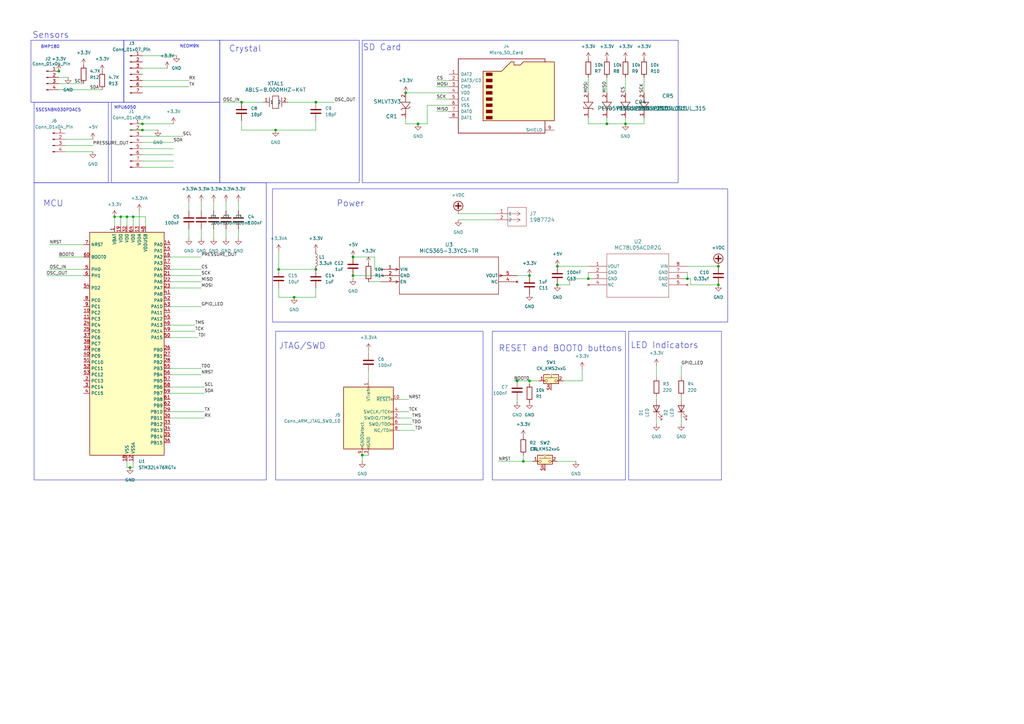
<source format=kicad_sch>
(kicad_sch (version 20231120) (generator "eeschema") (generator_version "8.0")
  (paper "A3")
  (junction (at 49.53 88.9))
  (junction (at 212.09 156.21))
  (junction (at 46.99 88.9))
  (junction (at 214.63 189.23))
  (junction (at 294.64 116.84))
  (junction (at 241.3 114.3))
  (junction (at 58.42 50.8))
  (junction (at 294.64 109.22))
  (junction (at 120.65 121.92))
  (junction (at 129.54 41.91))
  (junction (at 228.6 109.22))
  (junction (at 217.17 156.21))
  (junction (at 144.78 105.41))
  (junction (at 248.92 50.8))
  (junction (at 144.78 113.03))
  (junction (at 52.07 88.9))
  (junction (at 281.94 114.3))
  (junction (at 24.13 29.21))
  (junction (at 171.45 50.8))
  (junction (at 217.17 113.03))
  (junction (at 54.61 88.9))
  (junction (at 148.59 186.69))
  (junction (at 166.37 38.1))
  (junction (at 114.3 110.49))
  (junction (at 58.42 53.34))
  (junction (at 256.54 50.8))
  (junction (at 99.06 41.91))
  (junction (at 129.54 110.49))
  (junction (at 113.03 53.34))
  (junction (at 228.6 116.84))
  (junction (at 53.34 191.77))
  (wire (pts (xy 233.68 114.3) (xy 233.68 116.84)))
  (wire (pts (xy 69.85 135.89) (xy 80.01 135.89)))
  (wire (pts (xy 163.83 171.45) (xy 168.91 171.45)))
  (wire (pts (xy 241.3 50.8) (xy 248.92 50.8)))
  (wire (pts (xy 114.3 121.92) (xy 120.65 121.92)))
  (wire (pts (xy 163.83 173.99) (xy 168.91 173.99)))
  (wire (pts (xy 58.42 33.02) (xy 77.47 33.02)))
  (wire (pts (xy 69.85 168.91) (xy 83.82 168.91)))
  (wire (pts (xy 69.85 105.41) (xy 82.55 105.41)))
  (wire (pts (xy 82.55 93.98) (xy 82.55 97.79)))
  (wire (pts (xy 58.42 27.94) (xy 68.58 27.94)))
  (wire (pts (xy 52.07 189.23) (xy 52.07 191.77)))
  (wire (pts (xy 57.15 50.8) (xy 58.42 50.8)))
  (wire (pts (xy 118.11 41.91) (xy 129.54 41.91)))
  (wire (pts (xy 171.45 50.8) (xy 175.26 50.8)))
  (wire (pts (xy 163.83 176.53) (xy 170.18 176.53)))
  (wire (pts (xy 58.42 22.86) (xy 72.39 22.86)))
  (wire (pts (xy 58.42 55.88) (xy 74.93 55.88)))
  (wire (pts (xy 214.63 186.69) (xy 214.63 189.23)))
  (wire (pts (xy 281.94 111.76) (xy 281.94 114.3)))
  (wire (pts (xy 92.71 82.55) (xy 92.71 86.36)))
  (wire (pts (xy 20.32 100.33) (xy 34.29 100.33)))
  (wire (pts (xy 54.61 88.9) (xy 59.69 88.9)))
  (wire (pts (xy 279.4 171.45) (xy 279.4 173.99)))
  (wire (pts (xy 58.42 58.42) (xy 71.12 58.42)))
  (wire (pts (xy 52.07 88.9) (xy 52.07 92.71)))
  (wire (pts (xy 144.78 114.3) (xy 144.78 113.03)))
  (wire (pts (xy 99.06 53.34) (xy 113.03 53.34)))
  (wire (pts (xy 241.3 111.76) (xy 241.3 114.3)))
  (wire (pts (xy 212.09 165.1) (xy 212.09 163.83)))
  (wire (pts (xy 69.85 161.29) (xy 83.82 161.29)))
  (wire (pts (xy 19.05 113.03) (xy 34.29 113.03)))
  (wire (pts (xy 58.42 68.58) (xy 71.12 68.58)))
  (wire (pts (xy 114.3 102.87) (xy 114.3 110.49)))
  (wire (pts (xy 187.96 87.63) (xy 203.2 87.63)))
  (wire (pts (xy 279.4 149.86) (xy 279.4 154.94)))
  (wire (pts (xy 210.82 156.21) (xy 212.09 156.21)))
  (wire (pts (xy 58.42 66.04) (xy 71.12 66.04)))
  (wire (pts (xy 120.65 121.92) (xy 129.54 121.92)))
  (wire (pts (xy 166.37 48.26) (xy 166.37 50.8)))
  (wire (pts (xy 279.4 162.56) (xy 279.4 163.83)))
  (wire (pts (xy 46.99 88.9) (xy 49.53 88.9)))
  (wire (pts (xy 187.96 90.17) (xy 203.2 90.17)))
  (wire (pts (xy 264.16 48.26) (xy 264.16 50.8)))
  (wire (pts (xy 69.85 171.45) (xy 83.82 171.45)))
  (wire (pts (xy 151.13 144.78) (xy 151.13 143.51)))
  (wire (pts (xy 179.07 40.64) (xy 184.15 40.64)))
  (wire (pts (xy 129.54 53.34) (xy 129.54 49.53)))
  (wire (pts (xy 49.53 88.9) (xy 49.53 92.71)))
  (wire (pts (xy 52.07 88.9) (xy 54.61 88.9)))
  (wire (pts (xy 91.44 41.91) (xy 99.06 41.91)))
  (wire (pts (xy 179.07 33.02) (xy 184.15 33.02)))
  (wire (pts (xy 241.3 31.75) (xy 241.3 38.1)))
  (wire (pts (xy 217.17 156.21) (xy 220.98 156.21)))
  (wire (pts (xy 26.67 59.69) (xy 38.1 59.69)))
  (wire (pts (xy 69.85 110.49) (xy 82.55 110.49)))
  (wire (pts (xy 151.13 152.4) (xy 151.13 156.21)))
  (wire (pts (xy 212.09 156.21) (xy 217.17 156.21)))
  (wire (pts (xy 148.59 189.23) (xy 148.59 186.69)))
  (wire (pts (xy 248.92 48.26) (xy 248.92 50.8)))
  (wire (pts (xy 92.71 93.98) (xy 92.71 97.79)))
  (wire (pts (xy 99.06 49.53) (xy 99.06 53.34)))
  (wire (pts (xy 204.47 189.23) (xy 214.63 189.23)))
  (wire (pts (xy 58.42 60.96) (xy 71.12 60.96)))
  (wire (pts (xy 175.26 43.18) (xy 175.26 50.8)))
  (wire (pts (xy 269.24 171.45) (xy 269.24 173.99)))
  (wire (pts (xy 129.54 118.11) (xy 129.54 121.92)))
  (wire (pts (xy 283.21 116.84) (xy 294.64 116.84)))
  (wire (pts (xy 58.42 50.8) (xy 71.12 50.8)))
  (wire (pts (xy 53.34 191.77) (xy 54.61 191.77)))
  (wire (pts (xy 26.67 57.15) (xy 38.1 57.15)))
  (wire (pts (xy 49.53 88.9) (xy 52.07 88.9)))
  (wire (pts (xy 54.61 88.9) (xy 54.61 92.71)))
  (wire (pts (xy 179.07 35.56) (xy 184.15 35.56)))
  (wire (pts (xy 54.61 189.23) (xy 54.61 191.77)))
  (wire (pts (xy 82.55 82.55) (xy 82.55 86.36)))
  (wire (pts (xy 256.54 31.75) (xy 256.54 38.1)))
  (wire (pts (xy 99.06 41.91) (xy 107.95 41.91)))
  (wire (pts (xy 87.63 93.98) (xy 87.63 97.79)))
  (wire (pts (xy 228.6 189.23) (xy 236.22 189.23)))
  (wire (pts (xy 20.32 29.21) (xy 24.13 29.21)))
  (wire (pts (xy 58.42 53.34) (xy 64.77 53.34)))
  (wire (pts (xy 153.67 105.41) (xy 153.67 110.49)))
  (wire (pts (xy 264.16 50.8) (xy 256.54 50.8)))
  (wire (pts (xy 24.13 31.75) (xy 27.94 31.75)))
  (wire (pts (xy 69.85 151.13) (xy 82.55 151.13)))
  (wire (pts (xy 163.83 168.91) (xy 167.64 168.91)))
  (wire (pts (xy 77.47 93.98) (xy 77.47 97.79)))
  (wire (pts (xy 58.42 35.56) (xy 77.47 35.56)))
  (wire (pts (xy 217.17 156.21) (xy 217.17 157.48)))
  (wire (pts (xy 151.13 115.57) (xy 156.21 115.57)))
  (wire (pts (xy 129.54 41.91) (xy 137.16 41.91)))
  (wire (pts (xy 59.69 88.9) (xy 59.69 92.71)))
  (wire (pts (xy 179.07 45.72) (xy 184.15 45.72)))
  (wire (pts (xy 69.85 115.57) (xy 82.55 115.57)))
  (wire (pts (xy 233.68 114.3) (xy 241.3 114.3)))
  (wire (pts (xy 20.32 110.49) (xy 34.29 110.49)))
  (wire (pts (xy 69.85 125.73) (xy 82.55 125.73)))
  (wire (pts (xy 214.63 189.23) (xy 218.44 189.23)))
  (wire (pts (xy 163.83 163.83) (xy 167.64 163.83)))
  (wire (pts (xy 148.59 186.69) (xy 151.13 186.69)))
  (wire (pts (xy 283.21 114.3) (xy 283.21 116.84)))
  (wire (pts (xy 241.3 48.26) (xy 241.3 50.8)))
  (wire (pts (xy 24.13 105.41) (xy 34.29 105.41)))
  (wire (pts (xy 97.79 97.79) (xy 97.79 93.98)))
  (wire (pts (xy 52.07 191.77) (xy 53.34 191.77)))
  (wire (pts (xy 77.47 82.55) (xy 77.47 86.36)))
  (wire (pts (xy 233.68 116.84) (xy 228.6 116.84)))
  (wire (pts (xy 46.99 88.9) (xy 46.99 92.71)))
  (wire (pts (xy 24.13 34.29) (xy 34.29 34.29)))
  (wire (pts (xy 57.15 86.36) (xy 57.15 92.71)))
  (wire (pts (xy 248.92 50.8) (xy 256.54 50.8)))
  (wire (pts (xy 114.3 110.49) (xy 129.54 110.49)))
  (wire (pts (xy 69.85 158.75) (xy 83.82 158.75)))
  (wire (pts (xy 97.79 82.55) (xy 97.79 86.36)))
  (wire (pts (xy 256.54 48.26) (xy 256.54 50.8)))
  (wire (pts (xy 166.37 38.1) (xy 184.15 38.1)))
  (wire (pts (xy 69.85 113.03) (xy 82.55 113.03)))
  (wire (pts (xy 87.63 82.55) (xy 87.63 86.36)))
  (wire (pts (xy 26.67 62.23) (xy 38.1 62.23)))
  (wire (pts (xy 24.13 36.83) (xy 41.91 36.83)))
  (wire (pts (xy 264.16 31.75) (xy 264.16 38.1)))
  (wire (pts (xy 212.09 113.03) (xy 217.17 113.03)))
  (wire (pts (xy 281.94 109.22) (xy 294.64 109.22)))
  (wire (pts (xy 153.67 110.49) (xy 156.21 110.49)))
  (wire (pts (xy 113.03 53.34) (xy 129.54 53.34)))
  (wire (pts (xy 69.85 118.11) (xy 82.55 118.11)))
  (wire (pts (xy 69.85 138.43) (xy 81.28 138.43)))
  (wire (pts (xy 144.78 113.03) (xy 156.21 113.03)))
  (wire (pts (xy 144.78 105.41) (xy 153.67 105.41)))
  (wire (pts (xy 281.94 114.3) (xy 283.21 114.3)))
  (wire (pts (xy 269.24 149.86) (xy 269.24 154.94)))
  (wire (pts (xy 269.24 162.56) (xy 269.24 163.83)))
  (wire (pts (xy 231.14 156.21) (xy 238.76 156.21)))
  (wire (pts (xy 228.6 109.22) (xy 241.3 109.22)))
  (wire (pts (xy 69.85 153.67) (xy 82.55 153.67)))
  (wire (pts (xy 53.34 53.34) (xy 58.42 53.34)))
  (wire (pts (xy 184.15 43.18) (xy 175.26 43.18)))
  (wire (pts (xy 69.85 133.35) (xy 80.01 133.35)))
  (wire (pts (xy 166.37 50.8) (xy 171.45 50.8)))
  (wire (pts (xy 114.3 118.11) (xy 114.3 121.92)))
  (wire (pts (xy 248.92 31.75) (xy 248.92 38.1)))
  (wire (pts (xy 58.42 63.5) (xy 71.12 63.5)))
  (wire (pts (xy 238.76 151.13) (xy 238.76 156.21)))
  (rectangle (start 201.93 135.89) (end 256.54 196.85))
  (rectangle (start 148.59 16.51) (end 278.13 74.93))
  (rectangle (start 257.81 135.89) (end 295.91 196.85))
  (rectangle (start 45.72 41.91) (end 90.17 74.93))
  (rectangle (start 50.8 16.51) (end 90.17 41.91))
  (rectangle (start 12.7 16.51) (end 50.8 41.91))
  (rectangle (start 113.03 135.89) (end 198.12 196.85))
  (rectangle (start 111.76 77.47) (end 298.45 132.08))
  (rectangle (start 13.97 74.93) (end 109.22 196.85))
  (rectangle (start 90.17 16.51) (end 147.32 74.93))
  (rectangle (start 13.97 41.91) (end 44.45 74.93))
  (text "BMP180\n" (at 20.574 19.304 0) (effects (font (size 1.27 1.27))))
  (text "SD Card" (at 156.718 19.558 0) (effects (font (size 2.54 2.54))))
  (text "Power\n" (at 143.764 83.566 0) (effects (font (size 2.54 2.54))))
  (text "Sensors\n" (at 20.828 14.478 0) (effects (font (size 2.54 2.54))))
  (text "Crystal\n" (at 100.584 20.066 0) (effects (font (size 2.54 2.54))))
  (text "MPU6050" (at 51.308 44.196 0) (effects (font (size 1.27 1.27))))
  (text "NEOM9N" (at 77.724 19.05 0) (effects (font (size 1.27 1.27))))
  (text "JTAG/SWD\n" (at 123.952 141.986 0) (effects (font (size 2.54 2.54))))
  (text "RESET and BOOT0 buttons" (at 229.87 143.002 0) (effects (font (size 2.54 2.54))))
  (text "LED Indicators\n" (at 272.542 141.732 0) (effects (font (size 2.54 2.54))))
  (text "MCU\n" (at 21.844 83.566 0) (effects (font (size 2.54 2.54))))
  (text "SSCSNBN030PDAC5" (at 23.876 45.212 0) (effects (font (size 1.27 1.27))))
  (label "TDO" (at 168.91 173.99 0))
  (label "TCK" (at 167.64 168.91 0))
  (label "NRST" (at 20.32 100.33 0))
  (label "RX" (at 77.47 33.02 0))
  (label "SCK" (at 264.16 38.1 90))
  (label "MISO" (at 82.55 115.57 0))
  (label "SCK" (at 82.55 113.03 0))
  (label "OSC_IN" (at 91.44 41.91 0))
  (label "MISO" (at 179.07 45.72 0))
  (label "OSC_IN" (at 20.32 110.49 0))
  (label "SDA" (at 36.83 36.83 0))
  (label "OSC_OUT" (at 19.05 113.03 0))
  (label "TDI" (at 81.28 138.43 0))
  (label "OSC_OUT" (at 137.16 41.91 0))
  (label "BOOT0" (at 24.13 105.41 0))
  (label "TMS" (at 80.01 133.35 0))
  (label "TX" (at 77.47 35.56 0))
  (label "GPIO_LED" (at 279.4 149.86 0))
  (label "SDA" (at 83.82 161.29 0))
  (label "SDA" (at 71.12 58.42 0))
  (label "MISO" (at 248.92 38.1 90))
  (label "CS" (at 256.54 38.1 90))
  (label "MOSI" (at 82.55 118.11 0))
  (label "NRST" (at 82.55 153.67 0))
  (label "NRST" (at 167.64 163.83 0))
  (label "TX" (at 83.82 168.91 0))
  (label "MOSI" (at 179.07 35.56 0))
  (label "TCK" (at 80.01 135.89 0))
  (label "PRESSURE_OUT" (at 38.1 59.69 0))
  (label "SCL" (at 30.48 34.29 0))
  (label "CS" (at 82.55 110.49 0))
  (label "RX" (at 83.82 171.45 0))
  (label "MOSI" (at 241.3 38.1 90))
  (label "TDO" (at 82.55 151.13 0))
  (label "SCK" (at 179.07 40.64 0))
  (label "CS" (at 179.07 33.02 0))
  (label "NRST" (at 204.47 189.23 0))
  (label "SCL" (at 74.93 55.88 0))
  (label "BOOT0" (at 210.82 156.21 0))
  (label "TMS" (at 168.91 171.45 0))
  (label "SCL" (at 83.82 158.75 0))
  (label "PRESSURE_OUT" (at 82.55 105.41 0))
  (label "TDI" (at 170.18 176.53 0))
  (label "GPIO_LED" (at 82.55 125.73 0))
  (symbol (lib_id "Device:R") (at 264.16 27.94 0) (mirror x) (unit 1)
    (property "Reference" "R10" (at 266.7 29.2101 0) (effects (justify left)))
    (property "Value" "10k" (at 266.7 26.6701 0) (effects (justify left)))
    (property "Footprint" "Resistor_SMD:R_0201_0603Metric_Pad0.64x0.40mm_HandSolder" (effects (hide yes)))
    (property "Description" "Resistor" (effects (hide yes)))
  )
  (symbol (lib_id "power:+3.3V") (at 82.55 82.55 0) (unit 1)
    (property "Reference" "#PWR07" (effects (hide yes)))
    (property "Value" "+3.3V" (at 82.55 77.47 0))
    (property "Description" "Power symbol creates a global label with name \"+3.3V\"" (effects (hide yes)))
  )
  (symbol (lib_id "power:+VDC") (at 187.96 87.63 0) (unit 1)
    (property "Reference" "#PWR053" (effects (hide yes)))
    (property "Value" "+VDC" (at 187.96 80.01 0))
    (property "Description" "Power symbol creates a global label with name \"+VDC\"" (effects (hide yes)))
  )
  (symbol (lib_id "Connector:Micro_SD_Card") (at 207.01 38.1 0) (unit 1)
    (property "Reference" "J4" (at 207.645 19.05 0))
    (property "Value" "Micro_SD_Card" (at 207.645 21.59 0))
    (property "Footprint" "Connector_Card:microSD_HC_Molex_47219-2001" (effects (hide yes)))
    (property "Datasheet" "https://www.we-online.com/components/products/datasheet/693072010801.pdf" (effects (hide yes)))
    (property "Description" "Micro SD Card Socket" (effects (hide yes)))
  )
  (symbol (lib_id "Device:C") (at 87.63 90.17 0) (unit 1)
    (property "Reference" "C2" (at 91.44 88.8999 0) (effects (justify left)))
    (property "Value" "100nF" (at 91.44 91.4399 0) (effects (justify left)))
    (property "Footprint" "Capacitor_SMD:C_0201_0603Metric" (effects (hide yes)))
    (property "Description" "Unpolarized capacitor" (effects (hide yes)))
  )
  (symbol (lib_id "power:+3.3V") (at 97.79 82.55 0) (unit 1)
    (property "Reference" "#PWR010" (effects (hide yes)))
    (property "Value" "+3.3V" (at 97.79 77.47 0))
    (property "Description" "Power symbol creates a global label with name \"+3.3V\"" (effects (hide yes)))
  )
  (symbol (lib_id "power:+3.3V") (at 217.17 113.03 0) (unit 1)
    (property "Reference" "#PWR050" (effects (hide yes)))
    (property "Value" "+3.3V" (at 217.17 107.95 0))
    (property "Description" "Power symbol creates a global label with name \"+3.3V\"" (effects (hide yes)))
  )
  (symbol (lib_id "power:GND") (at 53.34 191.77 0) (unit 1)
    (property "Reference" "#PWR013" (effects (hide yes)))
    (property "Value" "GND" (at 53.34 196.85 0))
    (property "Description" "Power symbol creates a global label with name \"GND\" , ground" (effects (hide yes)))
  )
  (symbol (lib_id "power:GND") (at 256.54 50.8 0) (unit 1)
    (property "Reference" "#PWR029" (effects (hide yes)))
    (property "Value" "GND" (at 256.54 55.88 0))
    (property "Description" "Power symbol creates a global label with name \"GND\" , ground" (effects (hide yes)))
  )
  (symbol (lib_id "power:GND") (at 87.63 97.79 0) (unit 1)
    (property "Reference" "#PWR01" (effects (hide yes)))
    (property "Value" "GND" (at 87.63 102.87 0))
    (property "Description" "Power symbol creates a global label with name \"GND\" , ground" (effects (hide yes)))
  )
  (symbol (lib_id "PESD5V0S1UL,315:PESD5V0S1UL_315") (at 248.92 38.1 270) (unit 1)
    (property "Reference" "CR3" (effects (hide yes)))
    (property "Value" "PESD5V0S1UL_315" (at 252.73 44.4499 90) (effects (font (size 1.524 1.524)) (justify left)))
    (property "Footprint" "PESD5V0S1UL,315:DFN1006-2_SOD882_NEX" (effects (hide yes)))
    (property "Datasheet" "PESD5V0S1UL_315" (effects (hide yes)))
  )
  (symbol (lib_id "Connector:Conn_01x04_Pin") (at 19.05 31.75 0) (unit 1)
    (property "Reference" "J2" (at 19.685 24.13 0))
    (property "Value" "Conn_01x04_Pin" (at 21.082 26.162 0))
    (property "Footprint" "Connector_PinSocket_2.54mm:PinSocket_1x04_P2.54mm_Horizontal" (effects (hide yes)))
    (property "Description" "Generic connector, single row, 01x04, script generated" (effects (hide yes)))
  )
  (symbol (lib_id "2025-01-22_04-11-48:SMLVT3V3") (at 166.37 48.26 90) (unit 1)
    (property "Reference" "CR1" (at 158.242 47.752 90) (effects (font (size 1.524 1.524)) (justify right)))
    (property "Value" "SMLVT3V3" (at 153.162 41.656 90) (effects (font (size 1.524 1.524)) (justify right)))
    (property "Footprint" "SMLVT3V3:SMB_STM" (effects (hide yes)))
    (property "Datasheet" "SMLVT3V3" (effects (hide yes)))
  )
  (symbol (lib_id "power:+3.3V") (at 151.13 107.95 0) (unit 1)
    (property "Reference" "#PWR055" (effects (hide yes)))
    (property "Value" "+3.3V" (at 151.13 102.87 0))
    (property "Description" "Power symbol creates a global label with name \"+3.3V\"" (effects (hide yes)))
  )
  (symbol (lib_id "power:+3.3V") (at 77.47 82.55 0) (unit 1)
    (property "Reference" "#PWR06" (effects (hide yes)))
    (property "Value" "+3.3V" (at 77.47 77.47 0))
    (property "Description" "Power symbol creates a global label with name \"+3.3V\"" (effects (hide yes)))
  )
  (symbol (lib_id "power:GND") (at 120.65 121.92 0) (unit 1)
    (property "Reference" "#PWR020" (effects (hide yes)))
    (property "Value" "GND" (at 120.65 127 0))
    (property "Description" "Power symbol creates a global label with name \"GND\" , ground" (effects (hide yes)))
  )
  (symbol (lib_id "Device:C") (at 82.55 90.17 0) (unit 1)
    (property "Reference" "C1" (at 86.36 88.8999 0) (effects (justify left)))
    (property "Value" "100nF" (at 86.36 91.4399 0) (effects (justify left)))
    (property "Footprint" "Capacitor_SMD:C_0201_0603Metric" (effects (hide yes)))
    (property "Description" "Unpolarized capacitor" (effects (hide yes)))
  )
  (symbol (lib_id "1987724:1987724") (at 203.2 87.63 0) (unit 1)
    (property "Reference" "J7" (at 217.17 87.6299 0) (effects (font (size 1.524 1.524)) (justify left)))
    (property "Value" "1987724" (at 217.17 90.1699 0) (effects (font (size 1.524 1.524)) (justify left)))
    (property "Footprint" "1987724:CONN_1987724_PXC" (effects (hide yes)))
    (property "Datasheet" "1987724" (effects (hide yes)))
  )
  (symbol (lib_id "power:+3.3V") (at 269.24 149.86 0) (unit 1)
    (property "Reference" "#PWR041" (effects (hide yes)))
    (property "Value" "+3.3V" (at 269.24 144.78 0))
    (property "Description" "Power symbol creates a global label with name \"+3.3V\"" (effects (hide yes)))
  )
  (symbol (lib_id "power:GND") (at 212.09 165.1 0) (unit 1)
    (property "Reference" "#PWR031" (effects (hide yes)))
    (property "Value" "GND" (at 212.09 170.18 0))
    (property "Description" "Power symbol creates a global label with name \"GND\" , ground" (effects (hide yes)))
  )
  (symbol (lib_id "power:GND") (at 269.24 173.99 0) (unit 1)
    (property "Reference" "#PWR039" (effects (hide yes)))
    (property "Value" "GND" (at 269.24 179.07 0))
    (property "Description" "Power symbol creates a global label with name \"GND\" , ground" (effects (hide yes)))
  )
  (symbol (lib_id "Device:C") (at 129.54 114.3 0) (unit 1)
    (property "Reference" "C14" (at 133.35 113.0299 0) (effects (justify left)))
    (property "Value" "1uF" (at 133.35 115.5699 0) (effects (justify left)))
    (property "Footprint" "Capacitor_SMD:C_0201_0603Metric" (effects (hide yes)))
    (property "Description" "Unpolarized capacitor" (effects (hide yes)))
  )
  (symbol (lib_id "Device:LED") (at 279.4 167.64 90) (unit 1)
    (property "Reference" "D2" (at 273.05 169.2275 0))
    (property "Value" "LED" (at 275.59 169.2275 0))
    (property "Footprint" "LED_SMD:LED_0603_1608Metric" (effects (hide yes)))
    (property "Description" "Light emitting diode" (effects (hide yes)))
  )
  (symbol (lib_id "power:+3.3V") (at 92.71 82.55 0) (unit 1)
    (property "Reference" "#PWR09" (effects (hide yes)))
    (property "Value" "+3.3V" (at 92.71 77.47 0))
    (property "Description" "Power symbol creates a global label with name \"+3.3V\"" (effects (hide yes)))
  )
  (symbol (lib_id "Device:C") (at 99.06 45.72 0) (unit 1)
    (property "Reference" "C8" (at 102.87 44.4499 0) (effects (justify left)))
    (property "Value" "18pF" (at 102.87 46.9899 0) (effects (justify left)))
    (property "Footprint" "Capacitor_SMD:C_0201_0603Metric" (effects (hide yes)))
    (property "Description" "Unpolarized capacitor" (effects (hide yes)))
  )
  (symbol (lib_id "MCU_ST_STM32L4:STM32L476RGTx") (at 52.07 140.97 0) (unit 1)
    (property "Reference" "U1" (at 56.8041 189.23 0) (effects (justify left)))
    (property "Value" "STM32L476RGTx" (at 56.8041 191.77 0) (effects (justify left)))
    (property "Footprint" "Package_QFP:LQFP-64_10x10mm_P0.5mm" (effects (hide yes)))
    (property "Datasheet" "https://www.st.com/resource/en/datasheet/stm32l476rg.pdf" (effects (hide yes)))
    (property "Description" "STMicroelectronics Arm Cortex-M4 MCU, 1024KB flash, 128KB RAM, 80 MHz, 1.71-3.6V, 51 GPIO, LQFP64" (effects (hide yes)))
  )
  (symbol (lib_id "Device:R") (at 241.3 27.94 0) (mirror x) (unit 1)
    (property "Reference" "R7" (at 243.84 29.2101 0) (effects (justify left)))
    (property "Value" "10k" (at 243.84 26.6701 0) (effects (justify left)))
    (property "Footprint" "Resistor_SMD:R_0201_0603Metric_Pad0.64x0.40mm_HandSolder" (effects (hide yes)))
    (property "Description" "Resistor" (effects (hide yes)))
  )
  (symbol (lib_id "power:GND") (at 97.79 97.79 0) (unit 1)
    (property "Reference" "#PWR05" (effects (hide yes)))
    (property "Value" "GND" (at 97.79 102.87 0))
    (property "Description" "Power symbol creates a global label with name \"GND\" , ground" (effects (hide yes)))
  )
  (symbol (lib_id "PESD5V0S1UL,315:PESD5V0S1UL_315") (at 264.16 38.1 270) (unit 1)
    (property "Reference" "CR5" (at 271.526 39.37 90) (effects (font (size 1.524 1.524)) (justify left)))
    (property "Value" "PESD5V0S1UL_315" (at 267.97 44.4499 90) (effects (font (size 1.524 1.524)) (justify left)))
    (property "Footprint" "PESD5V0S1UL,315:DFN1006-2_SOD882_NEX" (effects (hide yes)))
    (property "Datasheet" "PESD5V0S1UL_315" (effects (hide yes)))
  )
  (symbol (lib_id "power:+3.3V") (at 24.13 29.21 0) (unit 1)
    (property "Reference" "#PWR019" (effects (hide yes)))
    (property "Value" "+3.3V" (at 24.13 24.13 0))
    (property "Description" "Power symbol creates a global label with name \"+3.3V\"" (effects (hide yes)))
  )
  (symbol (lib_id "power:GND") (at 27.94 31.75 0) (unit 1)
    (property "Reference" "#PWR018" (effects (hide yes)))
    (property "Value" "GND" (at 27.94 36.83 0))
    (property "Description" "Power symbol creates a global label with name \"GND\" , ground" (effects (hide yes)))
  )
  (symbol (lib_id "power:+3.3V") (at 46.99 88.9 0) (unit 1)
    (property "Reference" "#PWR011" (effects (hide yes)))
    (property "Value" "+3.3V" (at 46.99 83.82 0))
    (property "Description" "Power symbol creates a global label with name \"+3.3V\"" (effects (hide yes)))
  )
  (symbol (lib_id "PESD5V0S1UL,315:PESD5V0S1UL_315") (at 256.54 38.1 270) (unit 1)
    (property "Reference" "CR4" (at 260.35 41.9099 90) (effects (font (size 1.524 1.524)) (justify left)))
    (property "Value" "PESD5V0S1UL_315" (at 260.35 44.4499 90) (effects (font (size 1.524 1.524)) (justify left)))
    (property "Footprint" "PESD5V0S1UL,315:DFN1006-2_SOD882_NEX" (effects (hide yes)))
    (property "Datasheet" "PESD5V0S1UL_315" (effects (hide yes)))
  )
  (symbol (lib_id "Device:C") (at 151.13 148.59 0) (unit 1)
    (property "Reference" "C6" (at 154.94 147.3199 0) (effects (justify left)))
    (property "Value" "100nF" (at 154.94 149.8599 0) (effects (justify left)))
    (property "Footprint" "Capacitor_SMD:C_0201_0603Metric" (effects (hide yes)))
    (property "Description" "Unpolarized capacitor" (effects (hide yes)))
  )
  (symbol (lib_id "Device:R") (at 151.13 111.76 0) (mirror x) (unit 1)
    (property "Reference" "R14" (at 153.67 113.0301 0) (effects (justify left)))
    (property "Value" "10k" (at 153.67 110.4901 0) (effects (justify left)))
    (property "Footprint" "Resistor_SMD:R_0201_0603Metric_Pad0.64x0.40mm_HandSolder" (effects (hide yes)))
    (property "Description" "Resistor" (effects (hide yes)))
  )
  (symbol (lib_id "power:+3.3V") (at 87.63 82.55 0) (unit 1)
    (property "Reference" "#PWR08" (effects (hide yes)))
    (property "Value" "+3.3V" (at 87.63 77.47 0))
    (property "Description" "Power symbol creates a global label with name \"+3.3V\"" (effects (hide yes)))
  )
  (symbol (lib_id "Connector:Conn_01x08_Pin") (at 53.34 58.42 0) (unit 1)
    (property "Reference" "J1" (at 53.975 45.72 0))
    (property "Value" "Conn_01x08_Pin" (at 53.975 48.26 0))
    (property "Footprint" "Connector_PinSocket_2.54mm:PinSocket_1x08_P2.54mm_Horizontal" (effects (hide yes)))
    (property "Description" "Generic connector, single row, 01x08, script generated" (effects (hide yes)))
  )
  (symbol (lib_id "Device:LED") (at 269.24 167.64 90) (unit 1)
    (property "Reference" "D1" (at 262.89 169.2275 0))
    (property "Value" "LED" (at 265.43 169.2275 0))
    (property "Footprint" "LED_SMD:LED_0603_1608Metric" (effects (hide yes)))
    (property "Description" "Light emitting diode" (effects (hide yes)))
  )
  (symbol (lib_id "power:GND") (at 72.39 22.86 0) (unit 1)
    (property "Reference" "#PWR044" (effects (hide yes)))
    (property "Value" "GND" (at 72.39 27.94 0))
    (property "Description" "Power symbol creates a global label with name \"GND\" , ground" (effects (hide yes)))
  )
  (symbol (lib_id "power:GND") (at 187.96 90.17 0) (unit 1)
    (property "Reference" "#PWR049" (effects (hide yes)))
    (property "Value" "GND" (at 187.96 95.25 0))
    (property "Description" "Power symbol creates a global label with name \"GND\" , ground" (effects (hide yes)))
  )
  (symbol (lib_id "Connector:Conn_01x07_Pin") (at 53.34 30.48 0) (unit 1)
    (property "Reference" "J3" (at 53.975 17.78 0))
    (property "Value" "Conn_01x07_Pin" (at 53.975 20.32 0))
    (property "Footprint" "Connector_PinSocket_2.54mm:PinSocket_1x07_P2.54mm_Horizontal" (effects (hide yes)))
    (property "Description" "Generic connector, single row, 01x07, script generated" (effects (hide yes)))
  )
  (symbol (lib_id "power:+3.3V") (at 241.3 24.13 0) (unit 1)
    (property "Reference" "#PWR025" (effects (hide yes)))
    (property "Value" "+3.3V" (at 241.3 19.05 0))
    (property "Description" "Power symbol creates a global label with name \"+3.3V\"" (effects (hide yes)))
  )
  (symbol (lib_id "power:+3.3V") (at 214.63 179.07 0) (unit 1)
    (property "Reference" "#PWR038" (effects (hide yes)))
    (property "Value" "+3.3V" (at 214.63 173.99 0))
    (property "Description" "Power symbol creates a global label with name \"+3.3V\"" (effects (hide yes)))
  )
  (symbol (lib_id "power:GND") (at 294.64 116.84 0) (unit 1)
    (property "Reference" "#PWR048" (effects (hide yes)))
    (property "Value" "GND" (at 294.64 121.92 0))
    (property "Description" "Power symbol creates a global label with name \"GND\" , ground" (effects (hide yes)))
  )
  (symbol (lib_id "power:+3.3VA") (at 151.13 143.51 0) (unit 1)
    (property "Reference" "#PWR036" (effects (hide yes)))
    (property "Value" "+3.3VA" (at 151.13 138.43 0))
    (property "Description" "Power symbol creates a global label with name \"+3.3VA\"" (effects (hide yes)))
  )
  (symbol (lib_id "Device:C") (at 77.47 90.17 0) (mirror y) (unit 1)
    (property "Reference" "C5" (at 73.66 88.8999 0) (effects (justify left)))
    (property "Value" "100nF" (at 73.66 91.4399 0) (effects (justify left)))
    (property "Footprint" "Capacitor_SMD:C_0201_0603Metric" (effects (hide yes)))
    (property "Description" "Unpolarized capacitor" (effects (hide yes)))
  )
  (symbol (lib_id "power:GND") (at 64.77 53.34 0) (unit 1)
    (property "Reference" "#PWR043" (effects (hide yes)))
    (property "Value" "GND" (at 64.77 58.42 0))
    (property "Description" "Power symbol creates a global label with name \"GND\" , ground" (effects (hide yes)))
  )
  (symbol (lib_id "Device:C") (at 212.09 160.02 0) (mirror y) (unit 1)
    (property "Reference" "C7" (at 208.28 158.7499 0) (effects (justify left)))
    (property "Value" "100nF" (at 208.28 161.2899 0) (effects (justify left)))
    (property "Footprint" "Capacitor_SMD:C_0201_0603Metric" (effects (hide yes)))
    (property "Description" "Unpolarized capacitor" (effects (hide yes)))
  )
  (symbol (lib_id "power:GND") (at 228.6 116.84 0) (unit 1)
    (property "Reference" "#PWR047" (effects (hide yes)))
    (property "Value" "GND" (at 228.6 121.92 0))
    (property "Description" "Power symbol creates a global label with name \"GND\" , ground" (effects (hide yes)))
  )
  (symbol (lib_id "power:+3.3VA") (at 114.3 102.87 0) (unit 1)
    (property "Reference" "#PWR035" (effects (hide yes)))
    (property "Value" "+3.3VA" (at 114.3 97.79 0))
    (property "Description" "Power symbol creates a global label with name \"+3.3VA\"" (effects (hide yes)))
  )
  (symbol (lib_id "power:GND") (at 148.59 189.23 0) (unit 1)
    (property "Reference" "#PWR030" (effects (hide yes)))
    (property "Value" "GND" (at 148.59 194.31 0))
    (property "Description" "Power symbol creates a global label with name \"GND\" , ground" (effects (hide yes)))
  )
  (symbol (lib_id "power:GND") (at 279.4 173.99 0) (unit 1)
    (property "Reference" "#PWR040" (effects (hide yes)))
    (property "Value" "GND" (at 279.4 179.07 0))
    (property "Description" "Power symbol creates a global label with name \"GND\" , ground" (effects (hide yes)))
  )
  (symbol (lib_id "ABLS-8.000MHZ-K4T:ABLS-8.000MHZ-K4T") (at 107.95 41.91 0) (unit 1)
    (property "Reference" "XTAL1" (at 113.03 34.29 0) (effects (font (size 1.524 1.524))))
    (property "Value" "ABLS-8.000MHZ-K4T" (at 113.03 36.83 0) (effects (font (size 1.524 1.524))))
    (property "Footprint" "ABLS-8.000MHZ-K4T:CRYSTAL_ABLS-8.000MHZ-K4T_ABR" (effects (hide yes)))
    (property "Datasheet" "ABLS-8.000MHZ-K4T" (effects (hide yes)))
  )
  (symbol (lib_id "power:+5V") (at 38.1 57.15 0) (unit 1)
    (property "Reference" "#PWR015" (effects (hide yes)))
    (property "Value" "+5V" (at 38.1 52.07 0))
    (property "Description" "Power symbol creates a global label with name \"+5V\"" (effects (hide yes)))
  )
  (symbol (lib_id "Device:R") (at 214.63 182.88 0) (unit 1)
    (property "Reference" "R2" (at 217.17 181.6099 0) (effects (justify left)))
    (property "Value" "10k" (at 217.17 184.1499 0) (effects (justify left)))
    (property "Footprint" "Resistor_SMD:R_0201_0603Metric_Pad0.64x0.40mm_HandSolder" (effects (hide yes)))
    (property "Description" "Resistor" (effects (hide yes)))
  )
  (symbol (lib_id "Device:C") (at 129.54 45.72 0) (unit 1)
    (property "Reference" "C9" (at 133.35 44.4499 0) (effects (justify left)))
    (property "Value" "18pF" (at 133.35 46.9899 0) (effects (justify left)))
    (property "Footprint" "Capacitor_SMD:C_0201_0603Metric" (effects (hide yes)))
    (property "Description" "Unpolarized capacitor" (effects (hide yes)))
  )
  (symbol (lib_id "MIC5365-3.3YC5-TR:MIC5365-3.3YC5-TR") (at 156.21 110.49 0) (unit 1)
    (property "Reference" "U3" (at 184.15 100.33 0) (effects (font (size 1.524 1.524))))
    (property "Value" "MIC5365-3.3YC5-TR" (at 184.15 102.87 0) (effects (font (size 1.524 1.524))))
    (property "Footprint" "MIC5365-3.3YC5-TR:SC-70_C5_MCH" (effects (hide yes)))
    (property "Datasheet" "MIC5365-3.3YC5-TR" (effects (hide yes)))
  )
  (symbol (lib_id "power:+3.3V") (at 248.92 24.13 0) (unit 1)
    (property "Reference" "#PWR026" (effects (hide yes)))
    (property "Value" "+3.3V" (at 248.92 19.05 0))
    (property "Description" "Power symbol creates a global label with name \"+3.3V\"" (effects (hide yes)))
  )
  (symbol (lib_id "Device:R") (at 248.92 27.94 0) (mirror x) (unit 1)
    (property "Reference" "R8" (at 251.46 29.2101 0) (effects (justify left)))
    (property "Value" "10k" (at 251.46 26.6701 0) (effects (justify left)))
    (property "Footprint" "Resistor_SMD:R_0201_0603Metric_Pad0.64x0.40mm_HandSolder" (effects (hide yes)))
    (property "Description" "Resistor" (effects (hide yes)))
  )
  (symbol (lib_id "PESD5V0S1UL,315:PESD5V0S1UL_315") (at 241.3 38.1 270) (unit 1)
    (property "Reference" "CR2" (effects (hide yes)))
    (property "Value" "PESD5V0S1UL_315" (at 245.11 44.4499 90) (effects (font (size 1.524 1.524)) (justify left)))
    (property "Footprint" "PESD5V0S1UL,315:DFN1006-2_SOD882_NEX" (effects (hide yes)))
    (property "Datasheet" "PESD5V0S1UL_315" (effects (hide yes)))
  )
  (symbol (lib_id "power:+3.3V") (at 264.16 24.13 0) (unit 1)
    (property "Reference" "#PWR028" (effects (hide yes)))
    (property "Value" "+3.3V" (at 264.16 19.05 0))
    (property "Description" "Power symbol creates a global label with name \"+3.3V\"" (effects (hide yes)))
  )
  (symbol (lib_id "power:+5V") (at 144.78 105.41 0) (unit 1)
    (property "Reference" "#PWR051" (effects (hide yes)))
    (property "Value" "+5V" (at 144.78 100.33 0))
    (property "Description" "Power symbol creates a global label with name \"+5V\"" (effects (hide yes)))
  )
  (symbol (lib_id "power:+3.3V") (at 68.58 27.94 0) (unit 1)
    (property "Reference" "#PWR021" (effects (hide yes)))
    (property "Value" "+3.3V" (at 68.58 22.86 0))
    (property "Description" "Power symbol creates a global label with name \"+3.3V\"" (effects (hide yes)))
  )
  (symbol (lib_id "Device:R") (at 34.29 30.48 0) (mirror x) (unit 1)
    (property "Reference" "R12" (at 36.83 31.7501 0) (effects (justify left)))
    (property "Value" "4.7K" (at 36.83 29.2101 0) (effects (justify left)))
    (property "Footprint" "Resistor_SMD:R_0201_0603Metric_Pad0.64x0.40mm_HandSolder" (effects (hide yes)))
    (property "Description" "Resistor" (effects (hide yes)))
  )
  (symbol (lib_id "Connector:Conn_ARM_JTAG_SWD_10") (at 151.13 171.45 0) (unit 1)
    (property "Reference" "J5" (at 139.7 170.1799 0) (effects (justify right)))
    (property "Value" "Conn_ARM_JTAG_SWD_10" (at 139.7 172.7199 0) (effects (justify right)))
    (property "Footprint" "3221_10_0300_00:CONN10_3221-10-0300-00_CNC" (effects (hide yes)))
    (property "Datasheet" "http://infocenter.arm.com/help/topic/com.arm.doc.ddi0314h/DDI0314H_coresight_components_trm.pdf" (effects (hide yes)))
    (property "Description" "Cortex Debug Connector, standard ARM Cortex-M SWD and JTAG interface" (effects (hide yes)))
  )
  (symbol (lib_id "power:+3.3V") (at 256.54 24.13 0) (unit 1)
    (property "Reference" "#PWR027" (effects (hide yes)))
    (property "Value" "+3.3V" (at 256.54 19.05 0))
    (property "Description" "Power symbol creates a global label with name \"+3.3V\"" (effects (hide yes)))
  )
  (symbol (lib_id "MC78L05ACDR2G:MC78L05ACDR2G") (at 241.3 109.22 0) (unit 1)
    (property "Reference" "U2" (at 261.62 99.06 0) (effects (font (size 1.524 1.524))))
    (property "Value" "MC78L05ACDR2G" (at 261.62 101.6 0) (effects (font (size 1.524 1.524))))
    (property "Footprint" "MC78L05ACDR2G:SOIC8_ONS" (effects (hide yes)))
    (property "Datasheet" "MC78L05ACDR2G" (effects (hide yes)))
  )
  (symbol (lib_id "Device:C") (at 228.6 113.03 0) (mirror x) (unit 1)
    (property "Reference" "C13" (at 232.41 114.3001 0) (effects (justify left)))
    (property "Value" "100nF" (at 232.41 111.7601 0) (effects (justify left)))
    (property "Footprint" "Capacitor_SMD:C_0201_0603Metric" (effects (hide yes)))
    (property "Description" "Unpolarized capacitor" (effects (hide yes)))
  )
  (symbol (lib_id "power:+3.3V") (at 34.29 26.67 0) (unit 1)
    (property "Reference" "#PWR016" (effects (hide yes)))
    (property "Value" "+3.3V" (at 34.29 21.59 0))
    (property "Description" "Power symbol creates a global label with name \"+3.3V\"" (effects (hide yes)))
  )
  (symbol (lib_id "power:+3.3V") (at 166.37 38.1 0) (unit 1)
    (property "Reference" "#PWR024" (effects (hide yes)))
    (property "Value" "+3.3V" (at 166.37 33.02 0))
    (property "Description" "Power symbol creates a global label with name \"+3.3V\"" (effects (hide yes)))
  )
  (symbol (lib_id "power:+5V") (at 228.6 109.22 0) (unit 1)
    (property "Reference" "#PWR052" (effects (hide yes)))
    (property "Value" "+5V" (at 228.6 104.14 0))
    (property "Description" "Power symbol creates a global label with name \"+5V\"" (effects (hide yes)))
  )
  (symbol (lib_id "Device:C") (at 217.17 116.84 0) (mirror x) (unit 1)
    (property "Reference" "C11" (at 220.98 118.1101 0) (effects (justify left)))
    (property "Value" "1uF" (at 220.98 115.5701 0) (effects (justify left)))
    (property "Footprint" "Capacitor_SMD:C_0201_0603Metric" (effects (hide yes)))
    (property "Description" "Unpolarized capacitor" (effects (hide yes)))
  )
  (symbol (lib_id "Device:R") (at 256.54 27.94 0) (mirror x) (unit 1)
    (property "Reference" "R9" (at 259.08 29.2101 0) (effects (justify left)))
    (property "Value" "10k" (at 259.08 26.6701 0) (effects (justify left)))
    (property "Footprint" "Resistor_SMD:R_0201_0603Metric_Pad0.64x0.40mm_HandSolder" (effects (hide yes)))
    (property "Description" "Resistor" (effects (hide yes)))
  )
  (symbol (lib_id "Device:C") (at 97.79 90.17 0) (unit 1)
    (property "Reference" "C4" (at 101.6 88.8999 0) (effects (justify left)))
    (property "Value" "100nF" (at 101.6 91.4399 0) (effects (justify left)))
    (property "Footprint" "Capacitor_SMD:C_0201_0603Metric" (effects (hide yes)))
    (property "Description" "Unpolarized capacitor" (effects (hide yes)))
  )
  (symbol (lib_id "power:GND") (at 217.17 165.1 0) (unit 1)
    (property "Reference" "#PWR032" (effects (hide yes)))
    (property "Value" "GND" (at 217.17 170.18 0))
    (property "Description" "Power symbol creates a global label with name \"GND\" , ground" (effects (hide yes)))
  )
  (symbol (lib_id "Device:R") (at 279.4 158.75 0) (unit 1)
    (property "Reference" "R4" (at 281.94 157.4799 0) (effects (justify left)))
    (property "Value" "220" (at 281.94 160.0199 0) (effects (justify left)))
    (property "Footprint" "Resistor_SMD:R_0201_0603Metric_Pad0.64x0.40mm_HandSolder" (effects (hide yes)))
    (property "Description" "Resistor" (effects (hide yes)))
  )
  (symbol (lib_id "Device:C") (at 144.78 109.22 0) (mirror y) (unit 1)
    (property "Reference" "C12" (at 140.97 107.9499 0) (effects (justify left)))
    (property "Value" "1uF" (at 140.97 110.4899 0) (effects (justify left)))
    (property "Footprint" "Capacitor_SMD:C_0201_0603Metric" (effects (hide yes)))
    (property "Description" "Unpolarized capacitor" (effects (hide yes)))
  )
  (symbol (lib_id "Device:L") (at 129.54 106.68 0) (unit 1)
    (property "Reference" "L1" (at 130.81 105.4099 0) (effects (justify left)))
    (property "Value" "3.3uh" (at 130.81 107.9499 0) (effects (justify left)))
    (property "Footprint" "Inductor_SMD:L_0201_0603Metric" (effects (hide yes)))
    (property "Description" "Inductor" (effects (hide yes)))
  )
  (symbol (lib_id "power:GND") (at 77.47 97.79 0) (unit 1)
    (property "Reference" "#PWR02" (effects (hide yes)))
    (property "Value" "GND" (at 77.47 102.87 0))
    (property "Description" "Power symbol creates a global label with name \"GND\" , ground" (effects (hide yes)))
  )
  (symbol (lib_id "power:GND") (at 171.45 50.8 0) (unit 1)
    (property "Reference" "#PWR023" (effects (hide yes)))
    (property "Value" "GND" (at 171.45 55.88 0))
    (property "Description" "Power symbol creates a global label with name \"GND\" , ground" (effects (hide yes)))
  )
  (symbol (lib_id "power:+3.3V") (at 129.54 102.87 0) (unit 1)
    (property "Reference" "#PWR034" (effects (hide yes)))
    (property "Value" "+3.3V" (at 129.54 97.79 0))
    (property "Description" "Power symbol creates a global label with name \"+3.3V\"" (effects (hide yes)))
  )
  (symbol (lib_id "power:+VDC") (at 294.64 109.22 0) (unit 1)
    (property "Reference" "#PWR054" (effects (hide yes)))
    (property "Value" "+VDC" (at 294.64 101.6 0))
    (property "Description" "Power symbol creates a global label with name \"+VDC\"" (effects (hide yes)))
  )
  (symbol (lib_id "Device:R") (at 217.17 161.29 0) (mirror x) (unit 1)
    (property "Reference" "R1" (at 219.71 162.5601 0) (effects (justify left)))
    (property "Value" "10k" (at 219.71 160.0201 0) (effects (justify left)))
    (property "Footprint" "Resistor_SMD:R_0201_0603Metric_Pad0.64x0.40mm_HandSolder" (effects (hide yes)))
    (property "Description" "Resistor" (effects (hide yes)))
  )
  (symbol (lib_id "Device:C") (at 92.71 90.17 0) (unit 1)
    (property "Reference" "C3" (at 96.52 88.8999 0) (effects (justify left)))
    (property "Value" "100nF" (at 96.52 91.4399 0) (effects (justify left)))
    (property "Footprint" "Capacitor_SMD:C_0201_0603Metric" (effects (hide yes)))
    (property "Description" "Unpolarized capacitor" (effects (hide yes)))
  )
  (symbol (lib_id "Connector:Conn_01x04_Pin") (at 21.59 57.15 0) (unit 1)
    (property "Reference" "J6" (at 22.225 49.53 0))
    (property "Value" "Conn_01x04_Pin" (at 22.225 52.07 0))
    (property "Footprint" "Connector_PinSocket_2.54mm:PinSocket_1x04_P2.54mm_Horizontal" (effects (hide yes)))
    (property "Description" "Generic connector, single row, 01x04, script generated" (effects (hide yes)))
  )
  (symbol (lib_id "Switch:CK_KMS2xxG") (at 226.06 156.21 0) (unit 1)
    (property "Reference" "SW1" (at 226.06 148.59 0))
    (property "Value" "CK_KMS2xxG" (at 226.06 151.13 0))
    (property "Footprint" "Button_Switch_SMD:SW_SPST_CK_KMS2xxGP" (effects (hide yes)))
    (property "Datasheet" "https://www.ckswitches.com/media/1482/kms.pdf" (effects (hide yes)))
    (property "Description" "Microminiature SMT Side Actuated, 4.2 x 2.8 x 1.42mm, without pegs, with shield pin" (effects (hide yes)))
  )
  (symbol (lib_id "power:GND") (at 236.22 189.23 0) (unit 1)
    (property "Reference" "#PWR033" (effects (hide yes)))
    (property "Value" "GND" (at 236.22 194.31 0))
    (property "Description" "Power symbol creates a global label with name \"GND\" , ground" (effects (hide yes)))
  )
  (symbol (lib_id "power:+3.3V") (at 238.76 151.13 0) (unit 1)
    (property "Reference" "#PWR037" (effects (hide yes)))
    (property "Value" "+3.3V" (at 238.76 146.05 0))
    (property "Description" "Power symbol creates a global label with name \"+3.3V\"" (effects (hide yes)))
  )
  (symbol (lib_id "power:GND") (at 144.78 114.3 0) (unit 1)
    (property "Reference" "#PWR045" (effects (hide yes)))
    (property "Value" "GND" (at 144.78 119.38 0))
    (property "Description" "Power symbol creates a global label with name \"GND\" , ground" (effects (hide yes)))
  )
  (symbol (lib_id "Device:R") (at 269.24 158.75 0) (unit 1)
    (property "Reference" "R3" (at 271.78 157.4799 0) (effects (justify left)))
    (property "Value" "220" (at 271.78 160.0199 0) (effects (justify left)))
    (property "Footprint" "Resistor_SMD:R_0201_0603Metric_Pad0.64x0.40mm_HandSolder" (effects (hide yes)))
    (property "Description" "Resistor" (effects (hide yes)))
  )
  (symbol (lib_id "power:GND") (at 113.03 53.34 0) (unit 1)
    (property "Reference" "#PWR022" (effects (hide yes)))
    (property "Value" "GND" (at 113.03 58.42 0))
    (property "Description" "Power symbol creates a global label with name \"GND\" , ground" (effects (hide yes)))
  )
  (symbol (lib_id "Switch:CK_KMS2xxG") (at 223.52 189.23 0) (unit 1)
    (property "Reference" "SW2" (at 223.52 181.61 0))
    (property "Value" "CK_KMS2xxG" (at 223.52 184.15 0))
    (property "Footprint" "Button_Switch_SMD:SW_SPST_CK_KMS2xxGP" (effects (hide yes)))
    (property "Datasheet" "https://www.ckswitches.com/media/1482/kms.pdf" (effects (hide yes)))
    (property "Description" "Microminiature SMT Side Actuated, 4.2 x 2.8 x 1.42mm, without pegs, with shield pin" (effects (hide yes)))
  )
  (symbol (lib_id "power:GND") (at 38.1 62.23 0) (unit 1)
    (property "Reference" "#PWR014" (effects (hide yes)))
    (property "Value" "GND" (at 38.1 67.31 0))
    (property "Description" "Power symbol creates a global label with name \"GND\" , ground" (effects (hide yes)))
  )
  (symbol (lib_id "power:+3.3V") (at 71.12 50.8 0) (unit 1)
    (property "Reference" "#PWR042" (effects (hide yes)))
    (property "Value" "+3.3V" (at 71.12 45.72 0))
    (property "Description" "Power symbol creates a global label with name \"+3.3V\"" (effects (hide yes)))
  )
  (symbol (lib_id "Device:R") (at 41.91 33.02 0) (mirror x) (unit 1)
    (property "Reference" "R13" (at 44.45 34.2901 0) (effects (justify left)))
    (property "Value" "4.7K" (at 44.45 31.7501 0) (effects (justify left)))
    (property "Footprint" "Resistor_SMD:R_0201_0603Metric_Pad0.64x0.40mm_HandSolder" (effects (hide yes)))
    (property "Description" "Resistor" (effects (hide yes)))
  )
  (symbol (lib_id "power:+3.3V") (at 41.91 29.21 0) (unit 1)
    (property "Reference" "#PWR017" (effects (hide yes)))
    (property "Value" "+3.3V" (at 41.91 24.13 0))
    (property "Description" "Power symbol creates a global label with name \"+3.3V\"" (effects (hide yes)))
  )
  (symbol (lib_id "power:+3.3VA") (at 57.15 86.36 0) (unit 1)
    (property "Reference" "#PWR012" (effects (hide yes)))
    (property "Value" "+3.3VA" (at 57.15 81.28 0))
    (property "Description" "Power symbol creates a global label with name \"+3.3VA\"" (effects (hide yes)))
  )
  (symbol (lib_id "power:GND") (at 217.17 120.65 0) (unit 1)
    (property "Reference" "#PWR046" (effects (hide yes)))
    (property "Value" "GND" (at 217.17 125.73 0))
    (property "Description" "Power symbol creates a global label with name \"GND\" , ground" (effects (hide yes)))
  )
  (symbol (lib_id "Device:C") (at 294.64 113.03 0) (mirror y) (unit 1)
    (property "Reference" "C10" (at 290.83 111.7599 0) (effects (justify left)))
    (property "Value" "0.33uf" (at 290.83 114.2999 0) (effects (justify left)))
    (property "Footprint" "Capacitor_SMD:C_0201_0603Metric" (effects (hide yes)))
    (property "Description" "Unpolarized capacitor" (effects (hide yes)))
  )
  (symbol (lib_id "power:GND") (at 92.71 97.79 0) (unit 1)
    (property "Reference" "#PWR04" (effects (hide yes)))
    (property "Value" "GND" (at 92.71 102.87 0))
    (property "Description" "Power symbol creates a global label with name \"GND\" , ground" (effects (hide yes)))
  )
  (symbol (lib_id "power:GND") (at 82.55 97.79 0) (unit 1)
    (property "Reference" "#PWR03" (effects (hide yes)))
    (property "Value" "GND" (at 82.55 102.87 0))
    (property "Description" "Power symbol creates a global label with name \"GND\" , ground" (effects (hide yes)))
  )
  (symbol (lib_id "Device:C") (at 114.3 114.3 0) (unit 1)
    (property "Reference" "C15" (at 118.11 113.0299 0) (effects (justify left)))
    (property "Value" "10uf" (at 118.11 115.5699 0) (effects (justify left)))
    (property "Footprint" "Capacitor_SMD:C_0201_0603Metric" (effects (hide yes)))
    (property "Description" "Unpolarized capacitor" (effects (hide yes)))
  )
)
</source>
